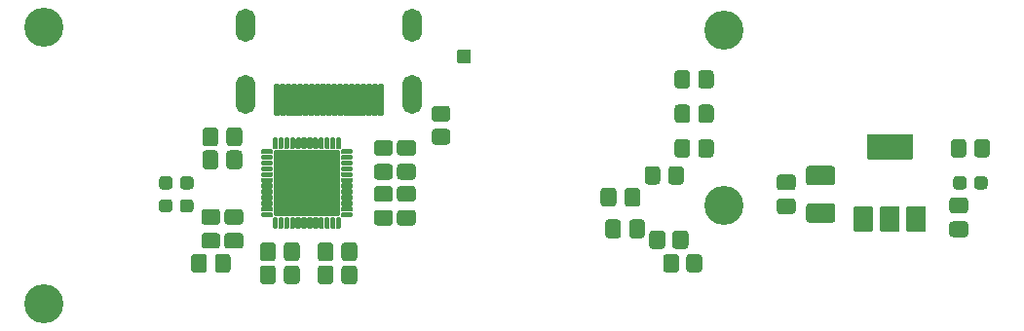
<source format=gts>
%TF.GenerationSoftware,KiCad,Pcbnew,5.1.9+dfsg1-1+deb11u1*%
%TF.CreationDate,2025-10-24T14:32:27+02:00*%
%TF.ProjectId,VERA-XE-HDMI-Expansion,56455241-2d58-4452-9d48-444d492d4578,1.1*%
%TF.SameCoordinates,Original*%
%TF.FileFunction,Soldermask,Top*%
%TF.FilePolarity,Negative*%
%FSLAX46Y46*%
G04 Gerber Fmt 4.6, Leading zero omitted, Abs format (unit mm)*
G04 Created by KiCad (PCBNEW 5.1.9+dfsg1-1+deb11u1) date 2025-10-24 14:32:27*
%MOMM*%
%LPD*%
G01*
G04 APERTURE LIST*
%ADD10C,3.400000*%
%ADD11O,1.700000X3.400000*%
%ADD12O,1.700000X2.900000*%
G04 APERTURE END LIST*
%TO.C,C1*%
G36*
G01*
X143032447Y-91050000D02*
X141967553Y-91050000D01*
G75*
G02*
X141675000Y-90757447I0J292553D01*
G01*
X141675000Y-89967553D01*
G75*
G02*
X141967553Y-89675000I292553J0D01*
G01*
X143032447Y-89675000D01*
G75*
G02*
X143325000Y-89967553I0J-292553D01*
G01*
X143325000Y-90757447D01*
G75*
G02*
X143032447Y-91050000I-292553J0D01*
G01*
G37*
G36*
G01*
X143032447Y-93125000D02*
X141967553Y-93125000D01*
G75*
G02*
X141675000Y-92832447I0J292553D01*
G01*
X141675000Y-92042553D01*
G75*
G02*
X141967553Y-91750000I292553J0D01*
G01*
X143032447Y-91750000D01*
G75*
G02*
X143325000Y-92042553I0J-292553D01*
G01*
X143325000Y-92832447D01*
G75*
G02*
X143032447Y-93125000I-292553J0D01*
G01*
G37*
%TD*%
%TO.C,C2*%
G36*
G01*
X141032447Y-93125000D02*
X139967553Y-93125000D01*
G75*
G02*
X139675000Y-92832447I0J292553D01*
G01*
X139675000Y-92042553D01*
G75*
G02*
X139967553Y-91750000I292553J0D01*
G01*
X141032447Y-91750000D01*
G75*
G02*
X141325000Y-92042553I0J-292553D01*
G01*
X141325000Y-92832447D01*
G75*
G02*
X141032447Y-93125000I-292553J0D01*
G01*
G37*
G36*
G01*
X141032447Y-91050000D02*
X139967553Y-91050000D01*
G75*
G02*
X139675000Y-90757447I0J292553D01*
G01*
X139675000Y-89967553D01*
G75*
G02*
X139967553Y-89675000I292553J0D01*
G01*
X141032447Y-89675000D01*
G75*
G02*
X141325000Y-89967553I0J-292553D01*
G01*
X141325000Y-90757447D01*
G75*
G02*
X141032447Y-91050000I-292553J0D01*
G01*
G37*
%TD*%
%TO.C,C3*%
G36*
G01*
X141032447Y-97125000D02*
X139967553Y-97125000D01*
G75*
G02*
X139675000Y-96832447I0J292553D01*
G01*
X139675000Y-96042553D01*
G75*
G02*
X139967553Y-95750000I292553J0D01*
G01*
X141032447Y-95750000D01*
G75*
G02*
X141325000Y-96042553I0J-292553D01*
G01*
X141325000Y-96832447D01*
G75*
G02*
X141032447Y-97125000I-292553J0D01*
G01*
G37*
G36*
G01*
X141032447Y-95050000D02*
X139967553Y-95050000D01*
G75*
G02*
X139675000Y-94757447I0J292553D01*
G01*
X139675000Y-93967553D01*
G75*
G02*
X139967553Y-93675000I292553J0D01*
G01*
X141032447Y-93675000D01*
G75*
G02*
X141325000Y-93967553I0J-292553D01*
G01*
X141325000Y-94757447D01*
G75*
G02*
X141032447Y-95050000I-292553J0D01*
G01*
G37*
%TD*%
%TO.C,C4*%
G36*
G01*
X143032447Y-97125000D02*
X141967553Y-97125000D01*
G75*
G02*
X141675000Y-96832447I0J292553D01*
G01*
X141675000Y-96042553D01*
G75*
G02*
X141967553Y-95750000I292553J0D01*
G01*
X143032447Y-95750000D01*
G75*
G02*
X143325000Y-96042553I0J-292553D01*
G01*
X143325000Y-96832447D01*
G75*
G02*
X143032447Y-97125000I-292553J0D01*
G01*
G37*
G36*
G01*
X143032447Y-95050000D02*
X141967553Y-95050000D01*
G75*
G02*
X141675000Y-94757447I0J292553D01*
G01*
X141675000Y-93967553D01*
G75*
G02*
X141967553Y-93675000I292553J0D01*
G01*
X143032447Y-93675000D01*
G75*
G02*
X143325000Y-93967553I0J-292553D01*
G01*
X143325000Y-94757447D01*
G75*
G02*
X143032447Y-95050000I-292553J0D01*
G01*
G37*
%TD*%
%TO.C,C7*%
G36*
G01*
X124967553Y-95675000D02*
X126032447Y-95675000D01*
G75*
G02*
X126325000Y-95967553I0J-292553D01*
G01*
X126325000Y-96757447D01*
G75*
G02*
X126032447Y-97050000I-292553J0D01*
G01*
X124967553Y-97050000D01*
G75*
G02*
X124675000Y-96757447I0J292553D01*
G01*
X124675000Y-95967553D01*
G75*
G02*
X124967553Y-95675000I292553J0D01*
G01*
G37*
G36*
G01*
X124967553Y-97750000D02*
X126032447Y-97750000D01*
G75*
G02*
X126325000Y-98042553I0J-292553D01*
G01*
X126325000Y-98832447D01*
G75*
G02*
X126032447Y-99125000I-292553J0D01*
G01*
X124967553Y-99125000D01*
G75*
G02*
X124675000Y-98832447I0J292553D01*
G01*
X124675000Y-98042553D01*
G75*
G02*
X124967553Y-97750000I292553J0D01*
G01*
G37*
%TD*%
%TO.C,C8*%
G36*
G01*
X126967553Y-97750000D02*
X128032447Y-97750000D01*
G75*
G02*
X128325000Y-98042553I0J-292553D01*
G01*
X128325000Y-98832447D01*
G75*
G02*
X128032447Y-99125000I-292553J0D01*
G01*
X126967553Y-99125000D01*
G75*
G02*
X126675000Y-98832447I0J292553D01*
G01*
X126675000Y-98042553D01*
G75*
G02*
X126967553Y-97750000I292553J0D01*
G01*
G37*
G36*
G01*
X126967553Y-95675000D02*
X128032447Y-95675000D01*
G75*
G02*
X128325000Y-95967553I0J-292553D01*
G01*
X128325000Y-96757447D01*
G75*
G02*
X128032447Y-97050000I-292553J0D01*
G01*
X126967553Y-97050000D01*
G75*
G02*
X126675000Y-96757447I0J292553D01*
G01*
X126675000Y-95967553D01*
G75*
G02*
X126967553Y-95675000I292553J0D01*
G01*
G37*
%TD*%
%TO.C,C9*%
G36*
G01*
X131150000Y-100867553D02*
X131150000Y-101932447D01*
G75*
G02*
X130857447Y-102225000I-292553J0D01*
G01*
X130067553Y-102225000D01*
G75*
G02*
X129775000Y-101932447I0J292553D01*
G01*
X129775000Y-100867553D01*
G75*
G02*
X130067553Y-100575000I292553J0D01*
G01*
X130857447Y-100575000D01*
G75*
G02*
X131150000Y-100867553I0J-292553D01*
G01*
G37*
G36*
G01*
X133225000Y-100867553D02*
X133225000Y-101932447D01*
G75*
G02*
X132932447Y-102225000I-292553J0D01*
G01*
X132142553Y-102225000D01*
G75*
G02*
X131850000Y-101932447I0J292553D01*
G01*
X131850000Y-100867553D01*
G75*
G02*
X132142553Y-100575000I292553J0D01*
G01*
X132932447Y-100575000D01*
G75*
G02*
X133225000Y-100867553I0J-292553D01*
G01*
G37*
%TD*%
%TO.C,C10*%
G36*
G01*
X133225000Y-98867553D02*
X133225000Y-99932447D01*
G75*
G02*
X132932447Y-100225000I-292553J0D01*
G01*
X132142553Y-100225000D01*
G75*
G02*
X131850000Y-99932447I0J292553D01*
G01*
X131850000Y-98867553D01*
G75*
G02*
X132142553Y-98575000I292553J0D01*
G01*
X132932447Y-98575000D01*
G75*
G02*
X133225000Y-98867553I0J-292553D01*
G01*
G37*
G36*
G01*
X131150000Y-98867553D02*
X131150000Y-99932447D01*
G75*
G02*
X130857447Y-100225000I-292553J0D01*
G01*
X130067553Y-100225000D01*
G75*
G02*
X129775000Y-99932447I0J292553D01*
G01*
X129775000Y-98867553D01*
G75*
G02*
X130067553Y-98575000I292553J0D01*
G01*
X130857447Y-98575000D01*
G75*
G02*
X131150000Y-98867553I0J-292553D01*
G01*
G37*
%TD*%
%TO.C,C13*%
G36*
G01*
X128225000Y-90867553D02*
X128225000Y-91932447D01*
G75*
G02*
X127932447Y-92225000I-292553J0D01*
G01*
X127142553Y-92225000D01*
G75*
G02*
X126850000Y-91932447I0J292553D01*
G01*
X126850000Y-90867553D01*
G75*
G02*
X127142553Y-90575000I292553J0D01*
G01*
X127932447Y-90575000D01*
G75*
G02*
X128225000Y-90867553I0J-292553D01*
G01*
G37*
G36*
G01*
X126150000Y-90867553D02*
X126150000Y-91932447D01*
G75*
G02*
X125857447Y-92225000I-292553J0D01*
G01*
X125067553Y-92225000D01*
G75*
G02*
X124775000Y-91932447I0J292553D01*
G01*
X124775000Y-90867553D01*
G75*
G02*
X125067553Y-90575000I292553J0D01*
G01*
X125857447Y-90575000D01*
G75*
G02*
X126150000Y-90867553I0J-292553D01*
G01*
G37*
%TD*%
%TO.C,C14*%
G36*
G01*
X126150000Y-88867553D02*
X126150000Y-89932447D01*
G75*
G02*
X125857447Y-90225000I-292553J0D01*
G01*
X125067553Y-90225000D01*
G75*
G02*
X124775000Y-89932447I0J292553D01*
G01*
X124775000Y-88867553D01*
G75*
G02*
X125067553Y-88575000I292553J0D01*
G01*
X125857447Y-88575000D01*
G75*
G02*
X126150000Y-88867553I0J-292553D01*
G01*
G37*
G36*
G01*
X128225000Y-88867553D02*
X128225000Y-89932447D01*
G75*
G02*
X127932447Y-90225000I-292553J0D01*
G01*
X127142553Y-90225000D01*
G75*
G02*
X126850000Y-89932447I0J292553D01*
G01*
X126850000Y-88867553D01*
G75*
G02*
X127142553Y-88575000I292553J0D01*
G01*
X127932447Y-88575000D01*
G75*
G02*
X128225000Y-88867553I0J-292553D01*
G01*
G37*
%TD*%
%TO.C,C15*%
G36*
G01*
X191032447Y-98125000D02*
X189967553Y-98125000D01*
G75*
G02*
X189675000Y-97832447I0J292553D01*
G01*
X189675000Y-97042553D01*
G75*
G02*
X189967553Y-96750000I292553J0D01*
G01*
X191032447Y-96750000D01*
G75*
G02*
X191325000Y-97042553I0J-292553D01*
G01*
X191325000Y-97832447D01*
G75*
G02*
X191032447Y-98125000I-292553J0D01*
G01*
G37*
G36*
G01*
X191032447Y-96050000D02*
X189967553Y-96050000D01*
G75*
G02*
X189675000Y-95757447I0J292553D01*
G01*
X189675000Y-94967553D01*
G75*
G02*
X189967553Y-94675000I292553J0D01*
G01*
X191032447Y-94675000D01*
G75*
G02*
X191325000Y-94967553I0J-292553D01*
G01*
X191325000Y-95757447D01*
G75*
G02*
X191032447Y-96050000I-292553J0D01*
G01*
G37*
%TD*%
%TO.C,C16*%
G36*
G01*
X177508333Y-91925000D02*
X179491667Y-91925000D01*
G75*
G02*
X179775000Y-92208333I0J-283333D01*
G01*
X179775000Y-93341667D01*
G75*
G02*
X179491667Y-93625000I-283333J0D01*
G01*
X177508333Y-93625000D01*
G75*
G02*
X177225000Y-93341667I0J283333D01*
G01*
X177225000Y-92208333D01*
G75*
G02*
X177508333Y-91925000I283333J0D01*
G01*
G37*
G36*
G01*
X177508333Y-95175000D02*
X179491667Y-95175000D01*
G75*
G02*
X179775000Y-95458333I0J-283333D01*
G01*
X179775000Y-96591667D01*
G75*
G02*
X179491667Y-96875000I-283333J0D01*
G01*
X177508333Y-96875000D01*
G75*
G02*
X177225000Y-96591667I0J283333D01*
G01*
X177225000Y-95458333D01*
G75*
G02*
X177508333Y-95175000I283333J0D01*
G01*
G37*
%TD*%
%TO.C,C17*%
G36*
G01*
X174967553Y-94750000D02*
X176032447Y-94750000D01*
G75*
G02*
X176325000Y-95042553I0J-292553D01*
G01*
X176325000Y-95832447D01*
G75*
G02*
X176032447Y-96125000I-292553J0D01*
G01*
X174967553Y-96125000D01*
G75*
G02*
X174675000Y-95832447I0J292553D01*
G01*
X174675000Y-95042553D01*
G75*
G02*
X174967553Y-94750000I292553J0D01*
G01*
G37*
G36*
G01*
X174967553Y-92675000D02*
X176032447Y-92675000D01*
G75*
G02*
X176325000Y-92967553I0J-292553D01*
G01*
X176325000Y-93757447D01*
G75*
G02*
X176032447Y-94050000I-292553J0D01*
G01*
X174967553Y-94050000D01*
G75*
G02*
X174675000Y-93757447I0J292553D01*
G01*
X174675000Y-92967553D01*
G75*
G02*
X174967553Y-92675000I292553J0D01*
G01*
G37*
%TD*%
%TO.C,C18*%
G36*
G01*
X136850000Y-101932447D02*
X136850000Y-100867553D01*
G75*
G02*
X137142553Y-100575000I292553J0D01*
G01*
X137932447Y-100575000D01*
G75*
G02*
X138225000Y-100867553I0J-292553D01*
G01*
X138225000Y-101932447D01*
G75*
G02*
X137932447Y-102225000I-292553J0D01*
G01*
X137142553Y-102225000D01*
G75*
G02*
X136850000Y-101932447I0J292553D01*
G01*
G37*
G36*
G01*
X134775000Y-101932447D02*
X134775000Y-100867553D01*
G75*
G02*
X135067553Y-100575000I292553J0D01*
G01*
X135857447Y-100575000D01*
G75*
G02*
X136150000Y-100867553I0J-292553D01*
G01*
X136150000Y-101932447D01*
G75*
G02*
X135857447Y-102225000I-292553J0D01*
G01*
X135067553Y-102225000D01*
G75*
G02*
X134775000Y-101932447I0J292553D01*
G01*
G37*
%TD*%
%TO.C,C19*%
G36*
G01*
X134775000Y-99932447D02*
X134775000Y-98867553D01*
G75*
G02*
X135067553Y-98575000I292553J0D01*
G01*
X135857447Y-98575000D01*
G75*
G02*
X136150000Y-98867553I0J-292553D01*
G01*
X136150000Y-99932447D01*
G75*
G02*
X135857447Y-100225000I-292553J0D01*
G01*
X135067553Y-100225000D01*
G75*
G02*
X134775000Y-99932447I0J292553D01*
G01*
G37*
G36*
G01*
X136850000Y-99932447D02*
X136850000Y-98867553D01*
G75*
G02*
X137142553Y-98575000I292553J0D01*
G01*
X137932447Y-98575000D01*
G75*
G02*
X138225000Y-98867553I0J-292553D01*
G01*
X138225000Y-99932447D01*
G75*
G02*
X137932447Y-100225000I-292553J0D01*
G01*
X137142553Y-100225000D01*
G75*
G02*
X136850000Y-99932447I0J292553D01*
G01*
G37*
%TD*%
%TO.C,C26*%
G36*
G01*
X159375000Y-95182447D02*
X159375000Y-94117553D01*
G75*
G02*
X159667553Y-93825000I292553J0D01*
G01*
X160457447Y-93825000D01*
G75*
G02*
X160750000Y-94117553I0J-292553D01*
G01*
X160750000Y-95182447D01*
G75*
G02*
X160457447Y-95475000I-292553J0D01*
G01*
X159667553Y-95475000D01*
G75*
G02*
X159375000Y-95182447I0J292553D01*
G01*
G37*
G36*
G01*
X161450000Y-95182447D02*
X161450000Y-94117553D01*
G75*
G02*
X161742553Y-93825000I292553J0D01*
G01*
X162532447Y-93825000D01*
G75*
G02*
X162825000Y-94117553I0J-292553D01*
G01*
X162825000Y-95182447D01*
G75*
G02*
X162532447Y-95475000I-292553J0D01*
G01*
X161742553Y-95475000D01*
G75*
G02*
X161450000Y-95182447I0J292553D01*
G01*
G37*
%TD*%
%TO.C,C27*%
G36*
G01*
X161850000Y-97932447D02*
X161850000Y-96867553D01*
G75*
G02*
X162142553Y-96575000I292553J0D01*
G01*
X162932447Y-96575000D01*
G75*
G02*
X163225000Y-96867553I0J-292553D01*
G01*
X163225000Y-97932447D01*
G75*
G02*
X162932447Y-98225000I-292553J0D01*
G01*
X162142553Y-98225000D01*
G75*
G02*
X161850000Y-97932447I0J292553D01*
G01*
G37*
G36*
G01*
X159775000Y-97932447D02*
X159775000Y-96867553D01*
G75*
G02*
X160067553Y-96575000I292553J0D01*
G01*
X160857447Y-96575000D01*
G75*
G02*
X161150000Y-96867553I0J-292553D01*
G01*
X161150000Y-97932447D01*
G75*
G02*
X160857447Y-98225000I-292553J0D01*
G01*
X160067553Y-98225000D01*
G75*
G02*
X159775000Y-97932447I0J292553D01*
G01*
G37*
%TD*%
%TO.C,C30*%
G36*
G01*
X127225000Y-99867553D02*
X127225000Y-100932447D01*
G75*
G02*
X126932447Y-101225000I-292553J0D01*
G01*
X126142553Y-101225000D01*
G75*
G02*
X125850000Y-100932447I0J292553D01*
G01*
X125850000Y-99867553D01*
G75*
G02*
X126142553Y-99575000I292553J0D01*
G01*
X126932447Y-99575000D01*
G75*
G02*
X127225000Y-99867553I0J-292553D01*
G01*
G37*
G36*
G01*
X125150000Y-99867553D02*
X125150000Y-100932447D01*
G75*
G02*
X124857447Y-101225000I-292553J0D01*
G01*
X124067553Y-101225000D01*
G75*
G02*
X123775000Y-100932447I0J292553D01*
G01*
X123775000Y-99867553D01*
G75*
G02*
X124067553Y-99575000I292553J0D01*
G01*
X124857447Y-99575000D01*
G75*
G02*
X125150000Y-99867553I0J-292553D01*
G01*
G37*
%TD*%
D10*
%TO.C,H1*%
X111000000Y-79900000D03*
%TD*%
%TO.C,J1*%
G36*
G01*
X131500000Y-84900000D02*
X131500000Y-87500000D01*
G75*
G02*
X131400000Y-87600000I-100000J0D01*
G01*
X131100000Y-87600000D01*
G75*
G02*
X131000000Y-87500000I0J100000D01*
G01*
X131000000Y-84900000D01*
G75*
G02*
X131100000Y-84800000I100000J0D01*
G01*
X131400000Y-84800000D01*
G75*
G02*
X131500000Y-84900000I0J-100000D01*
G01*
G37*
G36*
G01*
X132000000Y-84900000D02*
X132000000Y-87500000D01*
G75*
G02*
X131900000Y-87600000I-100000J0D01*
G01*
X131600000Y-87600000D01*
G75*
G02*
X131500000Y-87500000I0J100000D01*
G01*
X131500000Y-84900000D01*
G75*
G02*
X131600000Y-84800000I100000J0D01*
G01*
X131900000Y-84800000D01*
G75*
G02*
X132000000Y-84900000I0J-100000D01*
G01*
G37*
G36*
G01*
X132500000Y-84900000D02*
X132500000Y-87500000D01*
G75*
G02*
X132400000Y-87600000I-100000J0D01*
G01*
X132100000Y-87600000D01*
G75*
G02*
X132000000Y-87500000I0J100000D01*
G01*
X132000000Y-84900000D01*
G75*
G02*
X132100000Y-84800000I100000J0D01*
G01*
X132400000Y-84800000D01*
G75*
G02*
X132500000Y-84900000I0J-100000D01*
G01*
G37*
G36*
G01*
X133000000Y-84900000D02*
X133000000Y-87500000D01*
G75*
G02*
X132900000Y-87600000I-100000J0D01*
G01*
X132600000Y-87600000D01*
G75*
G02*
X132500000Y-87500000I0J100000D01*
G01*
X132500000Y-84900000D01*
G75*
G02*
X132600000Y-84800000I100000J0D01*
G01*
X132900000Y-84800000D01*
G75*
G02*
X133000000Y-84900000I0J-100000D01*
G01*
G37*
G36*
G01*
X133500000Y-84900000D02*
X133500000Y-87500000D01*
G75*
G02*
X133400000Y-87600000I-100000J0D01*
G01*
X133100000Y-87600000D01*
G75*
G02*
X133000000Y-87500000I0J100000D01*
G01*
X133000000Y-84900000D01*
G75*
G02*
X133100000Y-84800000I100000J0D01*
G01*
X133400000Y-84800000D01*
G75*
G02*
X133500000Y-84900000I0J-100000D01*
G01*
G37*
G36*
G01*
X134000000Y-84900000D02*
X134000000Y-87500000D01*
G75*
G02*
X133900000Y-87600000I-100000J0D01*
G01*
X133600000Y-87600000D01*
G75*
G02*
X133500000Y-87500000I0J100000D01*
G01*
X133500000Y-84900000D01*
G75*
G02*
X133600000Y-84800000I100000J0D01*
G01*
X133900000Y-84800000D01*
G75*
G02*
X134000000Y-84900000I0J-100000D01*
G01*
G37*
G36*
G01*
X134500000Y-84900000D02*
X134500000Y-87500000D01*
G75*
G02*
X134400000Y-87600000I-100000J0D01*
G01*
X134100000Y-87600000D01*
G75*
G02*
X134000000Y-87500000I0J100000D01*
G01*
X134000000Y-84900000D01*
G75*
G02*
X134100000Y-84800000I100000J0D01*
G01*
X134400000Y-84800000D01*
G75*
G02*
X134500000Y-84900000I0J-100000D01*
G01*
G37*
G36*
G01*
X135000000Y-84900000D02*
X135000000Y-87500000D01*
G75*
G02*
X134900000Y-87600000I-100000J0D01*
G01*
X134600000Y-87600000D01*
G75*
G02*
X134500000Y-87500000I0J100000D01*
G01*
X134500000Y-84900000D01*
G75*
G02*
X134600000Y-84800000I100000J0D01*
G01*
X134900000Y-84800000D01*
G75*
G02*
X135000000Y-84900000I0J-100000D01*
G01*
G37*
G36*
G01*
X135500000Y-84900000D02*
X135500000Y-87500000D01*
G75*
G02*
X135400000Y-87600000I-100000J0D01*
G01*
X135100000Y-87600000D01*
G75*
G02*
X135000000Y-87500000I0J100000D01*
G01*
X135000000Y-84900000D01*
G75*
G02*
X135100000Y-84800000I100000J0D01*
G01*
X135400000Y-84800000D01*
G75*
G02*
X135500000Y-84900000I0J-100000D01*
G01*
G37*
G36*
G01*
X136000000Y-84900000D02*
X136000000Y-87500000D01*
G75*
G02*
X135900000Y-87600000I-100000J0D01*
G01*
X135600000Y-87600000D01*
G75*
G02*
X135500000Y-87500000I0J100000D01*
G01*
X135500000Y-84900000D01*
G75*
G02*
X135600000Y-84800000I100000J0D01*
G01*
X135900000Y-84800000D01*
G75*
G02*
X136000000Y-84900000I0J-100000D01*
G01*
G37*
G36*
G01*
X136500000Y-84900000D02*
X136500000Y-87500000D01*
G75*
G02*
X136400000Y-87600000I-100000J0D01*
G01*
X136100000Y-87600000D01*
G75*
G02*
X136000000Y-87500000I0J100000D01*
G01*
X136000000Y-84900000D01*
G75*
G02*
X136100000Y-84800000I100000J0D01*
G01*
X136400000Y-84800000D01*
G75*
G02*
X136500000Y-84900000I0J-100000D01*
G01*
G37*
G36*
G01*
X137000000Y-84900000D02*
X137000000Y-87500000D01*
G75*
G02*
X136900000Y-87600000I-100000J0D01*
G01*
X136600000Y-87600000D01*
G75*
G02*
X136500000Y-87500000I0J100000D01*
G01*
X136500000Y-84900000D01*
G75*
G02*
X136600000Y-84800000I100000J0D01*
G01*
X136900000Y-84800000D01*
G75*
G02*
X137000000Y-84900000I0J-100000D01*
G01*
G37*
G36*
G01*
X137500000Y-84900000D02*
X137500000Y-87500000D01*
G75*
G02*
X137400000Y-87600000I-100000J0D01*
G01*
X137100000Y-87600000D01*
G75*
G02*
X137000000Y-87500000I0J100000D01*
G01*
X137000000Y-84900000D01*
G75*
G02*
X137100000Y-84800000I100000J0D01*
G01*
X137400000Y-84800000D01*
G75*
G02*
X137500000Y-84900000I0J-100000D01*
G01*
G37*
G36*
G01*
X138000000Y-84900000D02*
X138000000Y-87500000D01*
G75*
G02*
X137900000Y-87600000I-100000J0D01*
G01*
X137600000Y-87600000D01*
G75*
G02*
X137500000Y-87500000I0J100000D01*
G01*
X137500000Y-84900000D01*
G75*
G02*
X137600000Y-84800000I100000J0D01*
G01*
X137900000Y-84800000D01*
G75*
G02*
X138000000Y-84900000I0J-100000D01*
G01*
G37*
G36*
G01*
X138500000Y-84900000D02*
X138500000Y-87500000D01*
G75*
G02*
X138400000Y-87600000I-100000J0D01*
G01*
X138100000Y-87600000D01*
G75*
G02*
X138000000Y-87500000I0J100000D01*
G01*
X138000000Y-84900000D01*
G75*
G02*
X138100000Y-84800000I100000J0D01*
G01*
X138400000Y-84800000D01*
G75*
G02*
X138500000Y-84900000I0J-100000D01*
G01*
G37*
G36*
G01*
X139000000Y-84900000D02*
X139000000Y-87500000D01*
G75*
G02*
X138900000Y-87600000I-100000J0D01*
G01*
X138600000Y-87600000D01*
G75*
G02*
X138500000Y-87500000I0J100000D01*
G01*
X138500000Y-84900000D01*
G75*
G02*
X138600000Y-84800000I100000J0D01*
G01*
X138900000Y-84800000D01*
G75*
G02*
X139000000Y-84900000I0J-100000D01*
G01*
G37*
G36*
G01*
X139500000Y-84900000D02*
X139500000Y-87500000D01*
G75*
G02*
X139400000Y-87600000I-100000J0D01*
G01*
X139100000Y-87600000D01*
G75*
G02*
X139000000Y-87500000I0J100000D01*
G01*
X139000000Y-84900000D01*
G75*
G02*
X139100000Y-84800000I100000J0D01*
G01*
X139400000Y-84800000D01*
G75*
G02*
X139500000Y-84900000I0J-100000D01*
G01*
G37*
G36*
G01*
X140000000Y-84900000D02*
X140000000Y-87500000D01*
G75*
G02*
X139900000Y-87600000I-100000J0D01*
G01*
X139600000Y-87600000D01*
G75*
G02*
X139500000Y-87500000I0J100000D01*
G01*
X139500000Y-84900000D01*
G75*
G02*
X139600000Y-84800000I100000J0D01*
G01*
X139900000Y-84800000D01*
G75*
G02*
X140000000Y-84900000I0J-100000D01*
G01*
G37*
G36*
G01*
X140500000Y-84900000D02*
X140500000Y-87500000D01*
G75*
G02*
X140400000Y-87600000I-100000J0D01*
G01*
X140100000Y-87600000D01*
G75*
G02*
X140000000Y-87500000I0J100000D01*
G01*
X140000000Y-84900000D01*
G75*
G02*
X140100000Y-84800000I100000J0D01*
G01*
X140400000Y-84800000D01*
G75*
G02*
X140500000Y-84900000I0J-100000D01*
G01*
G37*
D11*
X128500000Y-85700000D03*
X143000000Y-85700000D03*
D12*
X128500000Y-79740000D03*
X143000000Y-79740000D03*
%TD*%
%TO.C,L1*%
G36*
G01*
X164550000Y-92243477D02*
X164550000Y-93256523D01*
G75*
G02*
X164256523Y-93550000I-293477J0D01*
G01*
X163493477Y-93550000D01*
G75*
G02*
X163200000Y-93256523I0J293477D01*
G01*
X163200000Y-92243477D01*
G75*
G02*
X163493477Y-91950000I293477J0D01*
G01*
X164256523Y-91950000D01*
G75*
G02*
X164550000Y-92243477I0J-293477D01*
G01*
G37*
G36*
G01*
X166600000Y-92243477D02*
X166600000Y-93256523D01*
G75*
G02*
X166306523Y-93550000I-293477J0D01*
G01*
X165543477Y-93550000D01*
G75*
G02*
X165250000Y-93256523I0J293477D01*
G01*
X165250000Y-92243477D01*
G75*
G02*
X165543477Y-91950000I293477J0D01*
G01*
X166306523Y-91950000D01*
G75*
G02*
X166600000Y-92243477I0J-293477D01*
G01*
G37*
%TD*%
%TO.C,L2*%
G36*
G01*
X169200000Y-89893477D02*
X169200000Y-90906523D01*
G75*
G02*
X168906523Y-91200000I-293477J0D01*
G01*
X168143477Y-91200000D01*
G75*
G02*
X167850000Y-90906523I0J293477D01*
G01*
X167850000Y-89893477D01*
G75*
G02*
X168143477Y-89600000I293477J0D01*
G01*
X168906523Y-89600000D01*
G75*
G02*
X169200000Y-89893477I0J-293477D01*
G01*
G37*
G36*
G01*
X167150000Y-89893477D02*
X167150000Y-90906523D01*
G75*
G02*
X166856523Y-91200000I-293477J0D01*
G01*
X166093477Y-91200000D01*
G75*
G02*
X165800000Y-90906523I0J293477D01*
G01*
X165800000Y-89893477D01*
G75*
G02*
X166093477Y-89600000I293477J0D01*
G01*
X166856523Y-89600000D01*
G75*
G02*
X167150000Y-89893477I0J-293477D01*
G01*
G37*
%TD*%
%TO.C,L3*%
G36*
G01*
X169200000Y-86893477D02*
X169200000Y-87906523D01*
G75*
G02*
X168906523Y-88200000I-293477J0D01*
G01*
X168143477Y-88200000D01*
G75*
G02*
X167850000Y-87906523I0J293477D01*
G01*
X167850000Y-86893477D01*
G75*
G02*
X168143477Y-86600000I293477J0D01*
G01*
X168906523Y-86600000D01*
G75*
G02*
X169200000Y-86893477I0J-293477D01*
G01*
G37*
G36*
G01*
X167150000Y-86893477D02*
X167150000Y-87906523D01*
G75*
G02*
X166856523Y-88200000I-293477J0D01*
G01*
X166093477Y-88200000D01*
G75*
G02*
X165800000Y-87906523I0J293477D01*
G01*
X165800000Y-86893477D01*
G75*
G02*
X166093477Y-86600000I293477J0D01*
G01*
X166856523Y-86600000D01*
G75*
G02*
X167150000Y-86893477I0J-293477D01*
G01*
G37*
%TD*%
%TO.C,L4*%
G36*
G01*
X167150000Y-83893477D02*
X167150000Y-84906523D01*
G75*
G02*
X166856523Y-85200000I-293477J0D01*
G01*
X166093477Y-85200000D01*
G75*
G02*
X165800000Y-84906523I0J293477D01*
G01*
X165800000Y-83893477D01*
G75*
G02*
X166093477Y-83600000I293477J0D01*
G01*
X166856523Y-83600000D01*
G75*
G02*
X167150000Y-83893477I0J-293477D01*
G01*
G37*
G36*
G01*
X169200000Y-83893477D02*
X169200000Y-84906523D01*
G75*
G02*
X168906523Y-85200000I-293477J0D01*
G01*
X168143477Y-85200000D01*
G75*
G02*
X167850000Y-84906523I0J293477D01*
G01*
X167850000Y-83893477D01*
G75*
G02*
X168143477Y-83600000I293477J0D01*
G01*
X168906523Y-83600000D01*
G75*
G02*
X169200000Y-83893477I0J-293477D01*
G01*
G37*
%TD*%
%TO.C,R1*%
G36*
G01*
X166800000Y-100908335D02*
X166800000Y-99891665D01*
G75*
G02*
X167091665Y-99600000I291665J0D01*
G01*
X167908335Y-99600000D01*
G75*
G02*
X168200000Y-99891665I0J-291665D01*
G01*
X168200000Y-100908335D01*
G75*
G02*
X167908335Y-101200000I-291665J0D01*
G01*
X167091665Y-101200000D01*
G75*
G02*
X166800000Y-100908335I0J291665D01*
G01*
G37*
G36*
G01*
X164800000Y-100908335D02*
X164800000Y-99891665D01*
G75*
G02*
X165091665Y-99600000I291665J0D01*
G01*
X165908335Y-99600000D01*
G75*
G02*
X166200000Y-99891665I0J-291665D01*
G01*
X166200000Y-100908335D01*
G75*
G02*
X165908335Y-101200000I-291665J0D01*
G01*
X165091665Y-101200000D01*
G75*
G02*
X164800000Y-100908335I0J291665D01*
G01*
G37*
%TD*%
%TO.C,R2*%
G36*
G01*
X163600000Y-98858335D02*
X163600000Y-97841665D01*
G75*
G02*
X163891665Y-97550000I291665J0D01*
G01*
X164708335Y-97550000D01*
G75*
G02*
X165000000Y-97841665I0J-291665D01*
G01*
X165000000Y-98858335D01*
G75*
G02*
X164708335Y-99150000I-291665J0D01*
G01*
X163891665Y-99150000D01*
G75*
G02*
X163600000Y-98858335I0J291665D01*
G01*
G37*
G36*
G01*
X165600000Y-98858335D02*
X165600000Y-97841665D01*
G75*
G02*
X165891665Y-97550000I291665J0D01*
G01*
X166708335Y-97550000D01*
G75*
G02*
X167000000Y-97841665I0J-291665D01*
G01*
X167000000Y-98858335D01*
G75*
G02*
X166708335Y-99150000I-291665J0D01*
G01*
X165891665Y-99150000D01*
G75*
G02*
X165600000Y-98858335I0J291665D01*
G01*
G37*
%TD*%
%TO.C,R14*%
G36*
G01*
X146008335Y-90100000D02*
X144991665Y-90100000D01*
G75*
G02*
X144700000Y-89808335I0J291665D01*
G01*
X144700000Y-88991665D01*
G75*
G02*
X144991665Y-88700000I291665J0D01*
G01*
X146008335Y-88700000D01*
G75*
G02*
X146300000Y-88991665I0J-291665D01*
G01*
X146300000Y-89808335D01*
G75*
G02*
X146008335Y-90100000I-291665J0D01*
G01*
G37*
G36*
G01*
X146008335Y-88100000D02*
X144991665Y-88100000D01*
G75*
G02*
X144700000Y-87808335I0J291665D01*
G01*
X144700000Y-86991665D01*
G75*
G02*
X144991665Y-86700000I291665J0D01*
G01*
X146008335Y-86700000D01*
G75*
G02*
X146300000Y-86991665I0J-291665D01*
G01*
X146300000Y-87808335D01*
G75*
G02*
X146008335Y-88100000I-291665J0D01*
G01*
G37*
%TD*%
%TO.C,R15*%
G36*
G01*
X122825000Y-95687500D02*
X122825000Y-95112500D01*
G75*
G02*
X123112500Y-94825000I287500J0D01*
G01*
X123712500Y-94825000D01*
G75*
G02*
X124000000Y-95112500I0J-287500D01*
G01*
X124000000Y-95687500D01*
G75*
G02*
X123712500Y-95975000I-287500J0D01*
G01*
X123112500Y-95975000D01*
G75*
G02*
X122825000Y-95687500I0J287500D01*
G01*
G37*
G36*
G01*
X121000000Y-95687500D02*
X121000000Y-95112500D01*
G75*
G02*
X121287500Y-94825000I287500J0D01*
G01*
X121887500Y-94825000D01*
G75*
G02*
X122175000Y-95112500I0J-287500D01*
G01*
X122175000Y-95687500D01*
G75*
G02*
X121887500Y-95975000I-287500J0D01*
G01*
X121287500Y-95975000D01*
G75*
G02*
X121000000Y-95687500I0J287500D01*
G01*
G37*
%TD*%
%TO.C,R16*%
G36*
G01*
X121000000Y-93687500D02*
X121000000Y-93112500D01*
G75*
G02*
X121287500Y-92825000I287500J0D01*
G01*
X121887500Y-92825000D01*
G75*
G02*
X122175000Y-93112500I0J-287500D01*
G01*
X122175000Y-93687500D01*
G75*
G02*
X121887500Y-93975000I-287500J0D01*
G01*
X121287500Y-93975000D01*
G75*
G02*
X121000000Y-93687500I0J287500D01*
G01*
G37*
G36*
G01*
X122825000Y-93687500D02*
X122825000Y-93112500D01*
G75*
G02*
X123112500Y-92825000I287500J0D01*
G01*
X123712500Y-92825000D01*
G75*
G02*
X124000000Y-93112500I0J-287500D01*
G01*
X124000000Y-93687500D01*
G75*
G02*
X123712500Y-93975000I-287500J0D01*
G01*
X123112500Y-93975000D01*
G75*
G02*
X122825000Y-93687500I0J287500D01*
G01*
G37*
%TD*%
%TO.C,U1*%
G36*
G01*
X186400000Y-91350000D02*
X182600000Y-91350000D01*
G75*
G02*
X182500000Y-91250000I0J100000D01*
G01*
X182500000Y-89250000D01*
G75*
G02*
X182600000Y-89150000I100000J0D01*
G01*
X186400000Y-89150000D01*
G75*
G02*
X186500000Y-89250000I0J-100000D01*
G01*
X186500000Y-91250000D01*
G75*
G02*
X186400000Y-91350000I-100000J0D01*
G01*
G37*
G36*
G01*
X185250000Y-97650000D02*
X183750000Y-97650000D01*
G75*
G02*
X183650000Y-97550000I0J100000D01*
G01*
X183650000Y-95550000D01*
G75*
G02*
X183750000Y-95450000I100000J0D01*
G01*
X185250000Y-95450000D01*
G75*
G02*
X185350000Y-95550000I0J-100000D01*
G01*
X185350000Y-97550000D01*
G75*
G02*
X185250000Y-97650000I-100000J0D01*
G01*
G37*
G36*
G01*
X187550000Y-97650000D02*
X186050000Y-97650000D01*
G75*
G02*
X185950000Y-97550000I0J100000D01*
G01*
X185950000Y-95550000D01*
G75*
G02*
X186050000Y-95450000I100000J0D01*
G01*
X187550000Y-95450000D01*
G75*
G02*
X187650000Y-95550000I0J-100000D01*
G01*
X187650000Y-97550000D01*
G75*
G02*
X187550000Y-97650000I-100000J0D01*
G01*
G37*
G36*
G01*
X182950000Y-97650000D02*
X181450000Y-97650000D01*
G75*
G02*
X181350000Y-97550000I0J100000D01*
G01*
X181350000Y-95550000D01*
G75*
G02*
X181450000Y-95450000I100000J0D01*
G01*
X182950000Y-95450000D01*
G75*
G02*
X183050000Y-95550000I0J-100000D01*
G01*
X183050000Y-97550000D01*
G75*
G02*
X182950000Y-97650000I-100000J0D01*
G01*
G37*
%TD*%
%TO.C,U2*%
G36*
G01*
X136705900Y-90677000D02*
X136705900Y-96188800D01*
G75*
G02*
X136605900Y-96288800I-100000J0D01*
G01*
X131094100Y-96288800D01*
G75*
G02*
X130994100Y-96188800I0J100000D01*
G01*
X130994100Y-90677000D01*
G75*
G02*
X131094100Y-90577000I100000J0D01*
G01*
X136605900Y-90577000D01*
G75*
G02*
X136705900Y-90677000I0J-100000D01*
G01*
G37*
G36*
G01*
X136827000Y-96506300D02*
X136827000Y-97293700D01*
G75*
G02*
X136727000Y-97393700I-100000J0D01*
G01*
X136473000Y-97393700D01*
G75*
G02*
X136373000Y-97293700I0J100000D01*
G01*
X136373000Y-96506300D01*
G75*
G02*
X136473000Y-96406300I100000J0D01*
G01*
X136727000Y-96406300D01*
G75*
G02*
X136827000Y-96506300I0J-100000D01*
G01*
G37*
G36*
G01*
X136327001Y-96506300D02*
X136327001Y-97293700D01*
G75*
G02*
X136227001Y-97393700I-100000J0D01*
G01*
X135973001Y-97393700D01*
G75*
G02*
X135873001Y-97293700I0J100000D01*
G01*
X135873001Y-96506300D01*
G75*
G02*
X135973001Y-96406300I100000J0D01*
G01*
X136227001Y-96406300D01*
G75*
G02*
X136327001Y-96506300I0J-100000D01*
G01*
G37*
G36*
G01*
X135826999Y-96506300D02*
X135826999Y-97293700D01*
G75*
G02*
X135726999Y-97393700I-100000J0D01*
G01*
X135472999Y-97393700D01*
G75*
G02*
X135372999Y-97293700I0J100000D01*
G01*
X135372999Y-96506300D01*
G75*
G02*
X135472999Y-96406300I100000J0D01*
G01*
X135726999Y-96406300D01*
G75*
G02*
X135826999Y-96506300I0J-100000D01*
G01*
G37*
G36*
G01*
X135327000Y-96506300D02*
X135327000Y-97293700D01*
G75*
G02*
X135227000Y-97393700I-100000J0D01*
G01*
X134973000Y-97393700D01*
G75*
G02*
X134873000Y-97293700I0J100000D01*
G01*
X134873000Y-96506300D01*
G75*
G02*
X134973000Y-96406300I100000J0D01*
G01*
X135227000Y-96406300D01*
G75*
G02*
X135327000Y-96506300I0J-100000D01*
G01*
G37*
G36*
G01*
X134827001Y-96506300D02*
X134827001Y-97293700D01*
G75*
G02*
X134727001Y-97393700I-100000J0D01*
G01*
X134473001Y-97393700D01*
G75*
G02*
X134373001Y-97293700I0J100000D01*
G01*
X134373001Y-96506300D01*
G75*
G02*
X134473001Y-96406300I100000J0D01*
G01*
X134727001Y-96406300D01*
G75*
G02*
X134827001Y-96506300I0J-100000D01*
G01*
G37*
G36*
G01*
X134327000Y-96506300D02*
X134327000Y-97293700D01*
G75*
G02*
X134227000Y-97393700I-100000J0D01*
G01*
X133973000Y-97393700D01*
G75*
G02*
X133873000Y-97293700I0J100000D01*
G01*
X133873000Y-96506300D01*
G75*
G02*
X133973000Y-96406300I100000J0D01*
G01*
X134227000Y-96406300D01*
G75*
G02*
X134327000Y-96506300I0J-100000D01*
G01*
G37*
G36*
G01*
X133827000Y-96506300D02*
X133827000Y-97293700D01*
G75*
G02*
X133727000Y-97393700I-100000J0D01*
G01*
X133473000Y-97393700D01*
G75*
G02*
X133373000Y-97293700I0J100000D01*
G01*
X133373000Y-96506300D01*
G75*
G02*
X133473000Y-96406300I100000J0D01*
G01*
X133727000Y-96406300D01*
G75*
G02*
X133827000Y-96506300I0J-100000D01*
G01*
G37*
G36*
G01*
X133326999Y-96506300D02*
X133326999Y-97293700D01*
G75*
G02*
X133226999Y-97393700I-100000J0D01*
G01*
X132972999Y-97393700D01*
G75*
G02*
X132872999Y-97293700I0J100000D01*
G01*
X132872999Y-96506300D01*
G75*
G02*
X132972999Y-96406300I100000J0D01*
G01*
X133226999Y-96406300D01*
G75*
G02*
X133326999Y-96506300I0J-100000D01*
G01*
G37*
G36*
G01*
X132827000Y-96506300D02*
X132827000Y-97293700D01*
G75*
G02*
X132727000Y-97393700I-100000J0D01*
G01*
X132473000Y-97393700D01*
G75*
G02*
X132373000Y-97293700I0J100000D01*
G01*
X132373000Y-96506300D01*
G75*
G02*
X132473000Y-96406300I100000J0D01*
G01*
X132727000Y-96406300D01*
G75*
G02*
X132827000Y-96506300I0J-100000D01*
G01*
G37*
G36*
G01*
X132327001Y-96506300D02*
X132327001Y-97293700D01*
G75*
G02*
X132227001Y-97393700I-100000J0D01*
G01*
X131973001Y-97393700D01*
G75*
G02*
X131873001Y-97293700I0J100000D01*
G01*
X131873001Y-96506300D01*
G75*
G02*
X131973001Y-96406300I100000J0D01*
G01*
X132227001Y-96406300D01*
G75*
G02*
X132327001Y-96506300I0J-100000D01*
G01*
G37*
G36*
G01*
X131826999Y-96506300D02*
X131826999Y-97293700D01*
G75*
G02*
X131726999Y-97393700I-100000J0D01*
G01*
X131472999Y-97393700D01*
G75*
G02*
X131372999Y-97293700I0J100000D01*
G01*
X131372999Y-96506300D01*
G75*
G02*
X131472999Y-96406300I100000J0D01*
G01*
X131726999Y-96406300D01*
G75*
G02*
X131826999Y-96506300I0J-100000D01*
G01*
G37*
G36*
G01*
X131327000Y-96506300D02*
X131327000Y-97293700D01*
G75*
G02*
X131227000Y-97393700I-100000J0D01*
G01*
X130973000Y-97393700D01*
G75*
G02*
X130873000Y-97293700I0J100000D01*
G01*
X130873000Y-96506300D01*
G75*
G02*
X130973000Y-96406300I100000J0D01*
G01*
X131227000Y-96406300D01*
G75*
G02*
X131327000Y-96506300I0J-100000D01*
G01*
G37*
G36*
G01*
X129989200Y-95955900D02*
X130776600Y-95955900D01*
G75*
G02*
X130876600Y-96055900I0J-100000D01*
G01*
X130876600Y-96309900D01*
G75*
G02*
X130776600Y-96409900I-100000J0D01*
G01*
X129989200Y-96409900D01*
G75*
G02*
X129889200Y-96309900I0J100000D01*
G01*
X129889200Y-96055900D01*
G75*
G02*
X129989200Y-95955900I100000J0D01*
G01*
G37*
G36*
G01*
X129989200Y-95455901D02*
X130776600Y-95455901D01*
G75*
G02*
X130876600Y-95555901I0J-100000D01*
G01*
X130876600Y-95809901D01*
G75*
G02*
X130776600Y-95909901I-100000J0D01*
G01*
X129989200Y-95909901D01*
G75*
G02*
X129889200Y-95809901I0J100000D01*
G01*
X129889200Y-95555901D01*
G75*
G02*
X129989200Y-95455901I100000J0D01*
G01*
G37*
G36*
G01*
X129989200Y-94955899D02*
X130776600Y-94955899D01*
G75*
G02*
X130876600Y-95055899I0J-100000D01*
G01*
X130876600Y-95309899D01*
G75*
G02*
X130776600Y-95409899I-100000J0D01*
G01*
X129989200Y-95409899D01*
G75*
G02*
X129889200Y-95309899I0J100000D01*
G01*
X129889200Y-95055899D01*
G75*
G02*
X129989200Y-94955899I100000J0D01*
G01*
G37*
G36*
G01*
X129989200Y-94455900D02*
X130776600Y-94455900D01*
G75*
G02*
X130876600Y-94555900I0J-100000D01*
G01*
X130876600Y-94809900D01*
G75*
G02*
X130776600Y-94909900I-100000J0D01*
G01*
X129989200Y-94909900D01*
G75*
G02*
X129889200Y-94809900I0J100000D01*
G01*
X129889200Y-94555900D01*
G75*
G02*
X129989200Y-94455900I100000J0D01*
G01*
G37*
G36*
G01*
X129989200Y-93955901D02*
X130776600Y-93955901D01*
G75*
G02*
X130876600Y-94055901I0J-100000D01*
G01*
X130876600Y-94309901D01*
G75*
G02*
X130776600Y-94409901I-100000J0D01*
G01*
X129989200Y-94409901D01*
G75*
G02*
X129889200Y-94309901I0J100000D01*
G01*
X129889200Y-94055901D01*
G75*
G02*
X129989200Y-93955901I100000J0D01*
G01*
G37*
G36*
G01*
X129989200Y-93455900D02*
X130776600Y-93455900D01*
G75*
G02*
X130876600Y-93555900I0J-100000D01*
G01*
X130876600Y-93809900D01*
G75*
G02*
X130776600Y-93909900I-100000J0D01*
G01*
X129989200Y-93909900D01*
G75*
G02*
X129889200Y-93809900I0J100000D01*
G01*
X129889200Y-93555900D01*
G75*
G02*
X129989200Y-93455900I100000J0D01*
G01*
G37*
G36*
G01*
X129989200Y-92955900D02*
X130776600Y-92955900D01*
G75*
G02*
X130876600Y-93055900I0J-100000D01*
G01*
X130876600Y-93309900D01*
G75*
G02*
X130776600Y-93409900I-100000J0D01*
G01*
X129989200Y-93409900D01*
G75*
G02*
X129889200Y-93309900I0J100000D01*
G01*
X129889200Y-93055900D01*
G75*
G02*
X129989200Y-92955900I100000J0D01*
G01*
G37*
G36*
G01*
X129989200Y-92455899D02*
X130776600Y-92455899D01*
G75*
G02*
X130876600Y-92555899I0J-100000D01*
G01*
X130876600Y-92809899D01*
G75*
G02*
X130776600Y-92909899I-100000J0D01*
G01*
X129989200Y-92909899D01*
G75*
G02*
X129889200Y-92809899I0J100000D01*
G01*
X129889200Y-92555899D01*
G75*
G02*
X129989200Y-92455899I100000J0D01*
G01*
G37*
G36*
G01*
X129989200Y-91955900D02*
X130776600Y-91955900D01*
G75*
G02*
X130876600Y-92055900I0J-100000D01*
G01*
X130876600Y-92309900D01*
G75*
G02*
X130776600Y-92409900I-100000J0D01*
G01*
X129989200Y-92409900D01*
G75*
G02*
X129889200Y-92309900I0J100000D01*
G01*
X129889200Y-92055900D01*
G75*
G02*
X129989200Y-91955900I100000J0D01*
G01*
G37*
G36*
G01*
X129989200Y-91455901D02*
X130776600Y-91455901D01*
G75*
G02*
X130876600Y-91555901I0J-100000D01*
G01*
X130876600Y-91809901D01*
G75*
G02*
X130776600Y-91909901I-100000J0D01*
G01*
X129989200Y-91909901D01*
G75*
G02*
X129889200Y-91809901I0J100000D01*
G01*
X129889200Y-91555901D01*
G75*
G02*
X129989200Y-91455901I100000J0D01*
G01*
G37*
G36*
G01*
X129989200Y-90955899D02*
X130776600Y-90955899D01*
G75*
G02*
X130876600Y-91055899I0J-100000D01*
G01*
X130876600Y-91309899D01*
G75*
G02*
X130776600Y-91409899I-100000J0D01*
G01*
X129989200Y-91409899D01*
G75*
G02*
X129889200Y-91309899I0J100000D01*
G01*
X129889200Y-91055899D01*
G75*
G02*
X129989200Y-90955899I100000J0D01*
G01*
G37*
G36*
G01*
X129989200Y-90455900D02*
X130776600Y-90455900D01*
G75*
G02*
X130876600Y-90555900I0J-100000D01*
G01*
X130876600Y-90809900D01*
G75*
G02*
X130776600Y-90909900I-100000J0D01*
G01*
X129989200Y-90909900D01*
G75*
G02*
X129889200Y-90809900I0J100000D01*
G01*
X129889200Y-90555900D01*
G75*
G02*
X129989200Y-90455900I100000J0D01*
G01*
G37*
G36*
G01*
X131327000Y-89572100D02*
X131327000Y-90359500D01*
G75*
G02*
X131227000Y-90459500I-100000J0D01*
G01*
X130973000Y-90459500D01*
G75*
G02*
X130873000Y-90359500I0J100000D01*
G01*
X130873000Y-89572100D01*
G75*
G02*
X130973000Y-89472100I100000J0D01*
G01*
X131227000Y-89472100D01*
G75*
G02*
X131327000Y-89572100I0J-100000D01*
G01*
G37*
G36*
G01*
X131826999Y-89572100D02*
X131826999Y-90359500D01*
G75*
G02*
X131726999Y-90459500I-100000J0D01*
G01*
X131472999Y-90459500D01*
G75*
G02*
X131372999Y-90359500I0J100000D01*
G01*
X131372999Y-89572100D01*
G75*
G02*
X131472999Y-89472100I100000J0D01*
G01*
X131726999Y-89472100D01*
G75*
G02*
X131826999Y-89572100I0J-100000D01*
G01*
G37*
G36*
G01*
X132327001Y-89572100D02*
X132327001Y-90359500D01*
G75*
G02*
X132227001Y-90459500I-100000J0D01*
G01*
X131973001Y-90459500D01*
G75*
G02*
X131873001Y-90359500I0J100000D01*
G01*
X131873001Y-89572100D01*
G75*
G02*
X131973001Y-89472100I100000J0D01*
G01*
X132227001Y-89472100D01*
G75*
G02*
X132327001Y-89572100I0J-100000D01*
G01*
G37*
G36*
G01*
X132827000Y-89572100D02*
X132827000Y-90359500D01*
G75*
G02*
X132727000Y-90459500I-100000J0D01*
G01*
X132473000Y-90459500D01*
G75*
G02*
X132373000Y-90359500I0J100000D01*
G01*
X132373000Y-89572100D01*
G75*
G02*
X132473000Y-89472100I100000J0D01*
G01*
X132727000Y-89472100D01*
G75*
G02*
X132827000Y-89572100I0J-100000D01*
G01*
G37*
G36*
G01*
X133326999Y-89572100D02*
X133326999Y-90359500D01*
G75*
G02*
X133226999Y-90459500I-100000J0D01*
G01*
X132972999Y-90459500D01*
G75*
G02*
X132872999Y-90359500I0J100000D01*
G01*
X132872999Y-89572100D01*
G75*
G02*
X132972999Y-89472100I100000J0D01*
G01*
X133226999Y-89472100D01*
G75*
G02*
X133326999Y-89572100I0J-100000D01*
G01*
G37*
G36*
G01*
X133827000Y-89572100D02*
X133827000Y-90359500D01*
G75*
G02*
X133727000Y-90459500I-100000J0D01*
G01*
X133473000Y-90459500D01*
G75*
G02*
X133373000Y-90359500I0J100000D01*
G01*
X133373000Y-89572100D01*
G75*
G02*
X133473000Y-89472100I100000J0D01*
G01*
X133727000Y-89472100D01*
G75*
G02*
X133827000Y-89572100I0J-100000D01*
G01*
G37*
G36*
G01*
X134327000Y-89572100D02*
X134327000Y-90359500D01*
G75*
G02*
X134227000Y-90459500I-100000J0D01*
G01*
X133973000Y-90459500D01*
G75*
G02*
X133873000Y-90359500I0J100000D01*
G01*
X133873000Y-89572100D01*
G75*
G02*
X133973000Y-89472100I100000J0D01*
G01*
X134227000Y-89472100D01*
G75*
G02*
X134327000Y-89572100I0J-100000D01*
G01*
G37*
G36*
G01*
X134827001Y-89572100D02*
X134827001Y-90359500D01*
G75*
G02*
X134727001Y-90459500I-100000J0D01*
G01*
X134473001Y-90459500D01*
G75*
G02*
X134373001Y-90359500I0J100000D01*
G01*
X134373001Y-89572100D01*
G75*
G02*
X134473001Y-89472100I100000J0D01*
G01*
X134727001Y-89472100D01*
G75*
G02*
X134827001Y-89572100I0J-100000D01*
G01*
G37*
G36*
G01*
X135327000Y-89572100D02*
X135327000Y-90359500D01*
G75*
G02*
X135227000Y-90459500I-100000J0D01*
G01*
X134973000Y-90459500D01*
G75*
G02*
X134873000Y-90359500I0J100000D01*
G01*
X134873000Y-89572100D01*
G75*
G02*
X134973000Y-89472100I100000J0D01*
G01*
X135227000Y-89472100D01*
G75*
G02*
X135327000Y-89572100I0J-100000D01*
G01*
G37*
G36*
G01*
X135826999Y-89572100D02*
X135826999Y-90359500D01*
G75*
G02*
X135726999Y-90459500I-100000J0D01*
G01*
X135472999Y-90459500D01*
G75*
G02*
X135372999Y-90359500I0J100000D01*
G01*
X135372999Y-89572100D01*
G75*
G02*
X135472999Y-89472100I100000J0D01*
G01*
X135726999Y-89472100D01*
G75*
G02*
X135826999Y-89572100I0J-100000D01*
G01*
G37*
G36*
G01*
X136327001Y-89572100D02*
X136327001Y-90359500D01*
G75*
G02*
X136227001Y-90459500I-100000J0D01*
G01*
X135973001Y-90459500D01*
G75*
G02*
X135873001Y-90359500I0J100000D01*
G01*
X135873001Y-89572100D01*
G75*
G02*
X135973001Y-89472100I100000J0D01*
G01*
X136227001Y-89472100D01*
G75*
G02*
X136327001Y-89572100I0J-100000D01*
G01*
G37*
G36*
G01*
X136827000Y-89572100D02*
X136827000Y-90359500D01*
G75*
G02*
X136727000Y-90459500I-100000J0D01*
G01*
X136473000Y-90459500D01*
G75*
G02*
X136373000Y-90359500I0J100000D01*
G01*
X136373000Y-89572100D01*
G75*
G02*
X136473000Y-89472100I100000J0D01*
G01*
X136727000Y-89472100D01*
G75*
G02*
X136827000Y-89572100I0J-100000D01*
G01*
G37*
G36*
G01*
X136923400Y-90455900D02*
X137710800Y-90455900D01*
G75*
G02*
X137810800Y-90555900I0J-100000D01*
G01*
X137810800Y-90809900D01*
G75*
G02*
X137710800Y-90909900I-100000J0D01*
G01*
X136923400Y-90909900D01*
G75*
G02*
X136823400Y-90809900I0J100000D01*
G01*
X136823400Y-90555900D01*
G75*
G02*
X136923400Y-90455900I100000J0D01*
G01*
G37*
G36*
G01*
X136923400Y-90955899D02*
X137710800Y-90955899D01*
G75*
G02*
X137810800Y-91055899I0J-100000D01*
G01*
X137810800Y-91309899D01*
G75*
G02*
X137710800Y-91409899I-100000J0D01*
G01*
X136923400Y-91409899D01*
G75*
G02*
X136823400Y-91309899I0J100000D01*
G01*
X136823400Y-91055899D01*
G75*
G02*
X136923400Y-90955899I100000J0D01*
G01*
G37*
G36*
G01*
X136923400Y-91455901D02*
X137710800Y-91455901D01*
G75*
G02*
X137810800Y-91555901I0J-100000D01*
G01*
X137810800Y-91809901D01*
G75*
G02*
X137710800Y-91909901I-100000J0D01*
G01*
X136923400Y-91909901D01*
G75*
G02*
X136823400Y-91809901I0J100000D01*
G01*
X136823400Y-91555901D01*
G75*
G02*
X136923400Y-91455901I100000J0D01*
G01*
G37*
G36*
G01*
X136923400Y-91955900D02*
X137710800Y-91955900D01*
G75*
G02*
X137810800Y-92055900I0J-100000D01*
G01*
X137810800Y-92309900D01*
G75*
G02*
X137710800Y-92409900I-100000J0D01*
G01*
X136923400Y-92409900D01*
G75*
G02*
X136823400Y-92309900I0J100000D01*
G01*
X136823400Y-92055900D01*
G75*
G02*
X136923400Y-91955900I100000J0D01*
G01*
G37*
G36*
G01*
X136923400Y-92455899D02*
X137710800Y-92455899D01*
G75*
G02*
X137810800Y-92555899I0J-100000D01*
G01*
X137810800Y-92809899D01*
G75*
G02*
X137710800Y-92909899I-100000J0D01*
G01*
X136923400Y-92909899D01*
G75*
G02*
X136823400Y-92809899I0J100000D01*
G01*
X136823400Y-92555899D01*
G75*
G02*
X136923400Y-92455899I100000J0D01*
G01*
G37*
G36*
G01*
X136923400Y-92955900D02*
X137710800Y-92955900D01*
G75*
G02*
X137810800Y-93055900I0J-100000D01*
G01*
X137810800Y-93309900D01*
G75*
G02*
X137710800Y-93409900I-100000J0D01*
G01*
X136923400Y-93409900D01*
G75*
G02*
X136823400Y-93309900I0J100000D01*
G01*
X136823400Y-93055900D01*
G75*
G02*
X136923400Y-92955900I100000J0D01*
G01*
G37*
G36*
G01*
X136923400Y-93455900D02*
X137710800Y-93455900D01*
G75*
G02*
X137810800Y-93555900I0J-100000D01*
G01*
X137810800Y-93809900D01*
G75*
G02*
X137710800Y-93909900I-100000J0D01*
G01*
X136923400Y-93909900D01*
G75*
G02*
X136823400Y-93809900I0J100000D01*
G01*
X136823400Y-93555900D01*
G75*
G02*
X136923400Y-93455900I100000J0D01*
G01*
G37*
G36*
G01*
X136923400Y-93955901D02*
X137710800Y-93955901D01*
G75*
G02*
X137810800Y-94055901I0J-100000D01*
G01*
X137810800Y-94309901D01*
G75*
G02*
X137710800Y-94409901I-100000J0D01*
G01*
X136923400Y-94409901D01*
G75*
G02*
X136823400Y-94309901I0J100000D01*
G01*
X136823400Y-94055901D01*
G75*
G02*
X136923400Y-93955901I100000J0D01*
G01*
G37*
G36*
G01*
X136923400Y-94455900D02*
X137710800Y-94455900D01*
G75*
G02*
X137810800Y-94555900I0J-100000D01*
G01*
X137810800Y-94809900D01*
G75*
G02*
X137710800Y-94909900I-100000J0D01*
G01*
X136923400Y-94909900D01*
G75*
G02*
X136823400Y-94809900I0J100000D01*
G01*
X136823400Y-94555900D01*
G75*
G02*
X136923400Y-94455900I100000J0D01*
G01*
G37*
G36*
G01*
X136923400Y-94955899D02*
X137710800Y-94955899D01*
G75*
G02*
X137810800Y-95055899I0J-100000D01*
G01*
X137810800Y-95309899D01*
G75*
G02*
X137710800Y-95409899I-100000J0D01*
G01*
X136923400Y-95409899D01*
G75*
G02*
X136823400Y-95309899I0J100000D01*
G01*
X136823400Y-95055899D01*
G75*
G02*
X136923400Y-94955899I100000J0D01*
G01*
G37*
G36*
G01*
X136923400Y-95455901D02*
X137710800Y-95455901D01*
G75*
G02*
X137810800Y-95555901I0J-100000D01*
G01*
X137810800Y-95809901D01*
G75*
G02*
X137710800Y-95909901I-100000J0D01*
G01*
X136923400Y-95909901D01*
G75*
G02*
X136823400Y-95809901I0J100000D01*
G01*
X136823400Y-95555901D01*
G75*
G02*
X136923400Y-95455901I100000J0D01*
G01*
G37*
G36*
G01*
X136923400Y-95955900D02*
X137710800Y-95955900D01*
G75*
G02*
X137810800Y-96055900I0J-100000D01*
G01*
X137810800Y-96309900D01*
G75*
G02*
X137710800Y-96409900I-100000J0D01*
G01*
X136923400Y-96409900D01*
G75*
G02*
X136823400Y-96309900I0J100000D01*
G01*
X136823400Y-96055900D01*
G75*
G02*
X136923400Y-95955900I100000J0D01*
G01*
G37*
%TD*%
%TO.C,LD1*%
G36*
G01*
X193200000Y-89893477D02*
X193200000Y-90906523D01*
G75*
G02*
X192906523Y-91200000I-293477J0D01*
G01*
X192143477Y-91200000D01*
G75*
G02*
X191850000Y-90906523I0J293477D01*
G01*
X191850000Y-89893477D01*
G75*
G02*
X192143477Y-89600000I293477J0D01*
G01*
X192906523Y-89600000D01*
G75*
G02*
X193200000Y-89893477I0J-293477D01*
G01*
G37*
G36*
G01*
X191150000Y-89893477D02*
X191150000Y-90906523D01*
G75*
G02*
X190856523Y-91200000I-293477J0D01*
G01*
X190093477Y-91200000D01*
G75*
G02*
X189800000Y-90906523I0J293477D01*
G01*
X189800000Y-89893477D01*
G75*
G02*
X190093477Y-89600000I293477J0D01*
G01*
X190856523Y-89600000D01*
G75*
G02*
X191150000Y-89893477I0J-293477D01*
G01*
G37*
%TD*%
%TO.C,R17*%
G36*
G01*
X193000000Y-93112500D02*
X193000000Y-93687500D01*
G75*
G02*
X192712500Y-93975000I-287500J0D01*
G01*
X192112500Y-93975000D01*
G75*
G02*
X191825000Y-93687500I0J287500D01*
G01*
X191825000Y-93112500D01*
G75*
G02*
X192112500Y-92825000I287500J0D01*
G01*
X192712500Y-92825000D01*
G75*
G02*
X193000000Y-93112500I0J-287500D01*
G01*
G37*
G36*
G01*
X191175000Y-93112500D02*
X191175000Y-93687500D01*
G75*
G02*
X190887500Y-93975000I-287500J0D01*
G01*
X190287500Y-93975000D01*
G75*
G02*
X190000000Y-93687500I0J287500D01*
G01*
X190000000Y-93112500D01*
G75*
G02*
X190287500Y-92825000I287500J0D01*
G01*
X190887500Y-92825000D01*
G75*
G02*
X191175000Y-93112500I0J-287500D01*
G01*
G37*
%TD*%
%TO.C,TP1*%
G36*
G01*
X146900000Y-82900000D02*
X146900000Y-81900000D01*
G75*
G02*
X147000000Y-81800000I100000J0D01*
G01*
X148000000Y-81800000D01*
G75*
G02*
X148100000Y-81900000I0J-100000D01*
G01*
X148100000Y-82900000D01*
G75*
G02*
X148000000Y-83000000I-100000J0D01*
G01*
X147000000Y-83000000D01*
G75*
G02*
X146900000Y-82900000I0J100000D01*
G01*
G37*
%TD*%
D10*
%TO.C,H2*%
X111000000Y-103900000D03*
%TD*%
%TO.C,H3*%
X170050000Y-95400000D03*
%TD*%
%TO.C,H4*%
X170050000Y-80100000D03*
%TD*%
M02*

</source>
